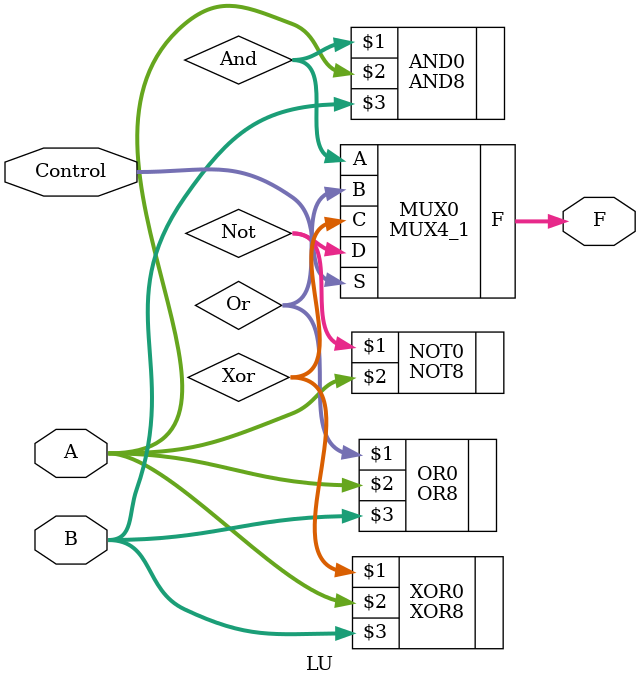
<source format=v>
/*
Components File:
Created because of the need to have a file that contains all the components used in the design.
Simultaneous imports of the base gates and components give include errors. This file is used to import all the components in one go.
*/

`timescale 1ns/1ps
`include "and8.v"
`include "or8.v"
`include "xor8.v"
`include "not8.v"

/*-----------------------------------------------ARITHMETIC COMPONENTS-----------------------------------------------*/

module HALFADDER(

    output wire Carry, Sum,
    input wire A, B

    );

    XOR XOR1 (Sum, A, B);
    AND AND1 (Carry, A, B);

endmodule


module FULLADDER(

    output wire Carry, Sum,
    input wire A, B, Cin

    );

    wire C1, S1, C2;

    HALFADDER HA1 (C1, S1, A, B);
    HALFADDER HA2 (C2, Sum, S1, Cin);
    
    OR OR1 (Carry, C1, C2);

endmodule


module RIPPLECARRY(
    
    output wire Carry,
    output wire [7:0] Sum,
    input wire [7:0] A, B, 
    input wire Cin
    
    );

    wire C0, C1, C2, C3, C4, C5, C6;

    FULLADDER FA0 (C0, Sum[0], A[0], B[0], Cin);
    FULLADDER FA1 (C1, Sum[1], A[1], B[1], C0);
    FULLADDER FA2 (C2, Sum[2], A[2], B[2], C1);
    FULLADDER FA3 (C3, Sum[3], A[3], B[3], C2);
    FULLADDER FA4 (C4, Sum[4], A[4], B[4], C3);
    FULLADDER FA5 (C5, Sum[5], A[5], B[5], C4);
    FULLADDER FA6 (C6, Sum[6], A[6], B[6], C5);
    FULLADDER FA7 (Carry, Sum[7], A[7], B[7], C6);

endmodule


module EQUAL_ZERO(

    output wire F,
    input wire [7:0] A

    );

    wire X1, X2, X3, X4;
    wire X5, X6;
    wire X7;

    OR or_gate01(X1, A[0],  A[1]);
    OR or_gate02(X2, A[2],  A[3]);
    OR or_gate03(X3, A[4],  A[5]);
    OR or_gate04(X4, A[6],  A[7]);

    OR or_gate09(X5,  X1, X2);
    OR or_gate10(X6, X3, X4);

    OR or_gate13(X7, X5, X6);

    NOT not_gate1(F, X7);

endmodule


module LESS_ZERO(

    output wire F,
    input wire [7:0] A

    );

    OR or_gate1(F, A[7], 1'b0);

endmodule


module OVERFLOW_ADD(

    output wire F,
    input wire A, B, R

    );

    wire nA, nB, nR;
    wire andAB, andnAB;
    wire aux1, aux2;

    NOT NOT0 (nA, A);
    NOT NOT1 (nB, B);
    NOT NOT2 (nR, R);

    AND AND0 (andAB, A, B);
    AND AND1 (andnAB, nA, nB);

    AND AND2 (aux1, andAB, nR);
    AND AND3 (aux2, andnAB, R);

    OR OR0 (F, aux1, aux2);

endmodule


module OVERFLOW_SUB(

    output wire F,
    input wire A, B, R

    );

    wire nA, nB, nR;
    wire andBR, andnBR;
    wire aux1, aux2;

    NOT NOT0 (nA, A);
    NOT NOT1 (nB, B);
    NOT NOT2 (nR, R);

    AND AND0 (andBR, B, R);
    AND AND1 (andnBR, nB, nR);

    AND AND2 (aux1, A, andnBR);
    AND AND3 (aux2, nA, andBR);

    OR OR0 (F, aux1, aux2);

endmodule

/*-----------------------------------------------MULTIPLEXERS-----------------------------------------------*/

module MUX2_1(
    
    output wire [7:0] F,
    input wire S,
    input wire [7:0] A, B
    
    );

    wire nS;
    wire [7:0] wA, wB;

    NOT NOT0 (nS, S);

    AND AND0 (wA[0], A[0], nS);
    AND AND1 (wA[1], A[1], nS);
    AND AND2 (wA[2], A[2], nS);
    AND AND3 (wA[3], A[3], nS);
    AND AND4 (wA[4], A[4], nS);
    AND AND5 (wA[5], A[5], nS);
    AND AND6 (wA[6], A[6], nS);
    AND AND7 (wA[7], A[7], nS);

    AND AND8 (wB[0], B[0], S);
    AND AND9 (wB[1], B[1], S);
    AND AND10 (wB[2], B[2], S);
    AND AND11 (wB[3], B[3], S);
    AND AND12 (wB[4], B[4], S);
    AND AND13 (wB[5], B[5], S);
    AND AND14 (wB[6], B[6], S);
    AND AND15 (wB[7], B[7], S);

    OR8 OR0 (F, wA, wB);

endmodule


module MUX2_1_classic (
    
    output wire F,
    input wire S,
    input wire A, B
    
    );

    wire nS;
    wire wA, wB;

    NOT NOT0 (nS, S);

    AND AND0 (wA, A, nS);
    AND AND1 (wB, B, S);

    OR OR0 (F, wA, wB);

endmodule


module MUX4_1 (
    
    output wire [7:0] F,
    input wire [1:0] S,
    input wire [7:0] A, B, C, D
    
    );

    wire nS0, nS1;
    wire N0, N1, N2, N3;
    wire [7:0] M0, M1, M2, M3;
    wire [7:0] L0, L1;

    NOT NOT0 (nS0, S[0]);
    NOT NOT1 (nS1, S[1]);

    AND AND0 (N0, nS0, nS1);
    AND AND1 (N1, S[0], nS1);
    AND AND2 (N2, nS0, S[1]);
    AND AND3 (N3, S[0], S[1]);

    AND AND4 (M0[0], A[0], N0);
    AND AND5 (M0[1], A[1], N0);
    AND AND6 (M0[2], A[2], N0);
    AND AND7 (M0[3], A[3], N0);
    AND AND8 (M0[4], A[4], N0);
    AND AND9 (M0[5], A[5], N0);
    AND AND10 (M0[6], A[6], N0);
    AND AND11 (M0[7], A[7], N0);

    AND AND12 (M1[0], B[0], N1);
    AND AND13 (M1[1], B[1], N1);
    AND AND14 (M1[2], B[2], N1);
    AND AND15 (M1[3], B[3], N1);
    AND AND16 (M1[4], B[4], N1);
    AND AND17 (M1[5], B[5], N1);
    AND AND18 (M1[6], B[6], N1);
    AND AND19 (M1[7], B[7], N1);

    AND AND20 (M2[0], C[0], N2);
    AND AND21 (M2[1], C[1], N2);
    AND AND22 (M2[2], C[2], N2);
    AND AND23 (M2[3], C[3], N2);
    AND AND24 (M2[4], C[4], N2);
    AND AND25 (M2[5], C[5], N2);
    AND AND26 (M2[6], C[6], N2);
    AND AND27 (M2[7], C[7], N2);
    
    AND AND28 (M3[0], D[0], N3);
    AND AND29 (M3[1], D[1], N3);
    AND AND30 (M3[2], D[2], N3);
    AND AND31 (M3[3], D[3], N3);
    AND AND32 (M3[4], D[4], N3);
    AND AND33 (M3[5], D[5], N3);
    AND AND34 (M3[6], D[6], N3);
    AND AND35 (M3[7], D[7], N3);
    
    OR8 OR1 (L0, M0, M1);
    OR8 OR2 (L1, M2, M3);

    OR8 OR3 (F, L0, L1);

endmodule


module MUX4_1_classic (
    
    output wire F,
    input wire [1:0] S,
    input wire A, B, C, D
    
    );

    wire nS0, nS1;
    wire N0, N1, N2, N3;
    wire M0, M1, M2, M3;
    wire L0, L1;

    NOT NOT0 (nS0, S[0]);
    NOT NOT1 (nS1, S[1]);

    AND AND0 (N0, nS0, nS1);
    AND AND1 (N1, S[0], nS1);
    AND AND2 (N2, nS0, S[1]);
    AND AND3 (N3, S[0], S[1]);

    AND AND4 (M0, A, N0);
    AND AND5 (M1, B, N1);
    AND AND6 (M2, C, N2);
    AND AND7 (M3, D, N3);

    OR OR0 (L0, M0, M1);
    OR OR1 (L1, M2, M3);

    OR OR2 (F, L0, L1);

endmodule

/*-----------------------------------------------ARITHMETIC UNIT-----------------------------------------------*/

module AU(

    output wire Carry,
    output wire [7:0] Result,
    input wire [7:0] A, B,
    input wire [1:0] Control

    );

    wire [7:0] Sum, Increment, Subtraction, Decrement;
    wire sumCarry, incCarry, subCarry, nsubCarry, ndecCarry, decCarry;
    wire [7:0] nB;

    NOT8 NOT0 (nB, B);
    NOT NOT1 (nsubCarry, subCarry);
    NOT NOT2 (ndecCarry, decCarry);

    RIPPLECARRY RC0 (sumCarry, Sum, A, B, 1'b0);
    RIPPLECARRY RC1 (incCarry, Increment, A, 8'b00000001, 1'b0);
    RIPPLECARRY RC2 (subCarry, Subtraction, A, nB, 1'b1);
    RIPPLECARRY RC3 (decCarry, Decrement, A, 8'b11111111, 1'b0);

    MUX4_1 MUX0 (Result, Control, Sum, Increment, Subtraction, Decrement);
    MUX4_1_classic MUX1 (Carry, Control, sumCarry, incCarry, nsubCarry, ndecCarry);

endmodule

/*-----------------------------------------------LOGIC UNIT-----------------------------------------------*/

module LU(

    output wire [7:0] F,
    input wire [7:0] A, B,
    input wire [1:0] Control

    );

    wire [7:0] And, Or, Xor, Not;

    AND8 AND0 (And, A, B);
    OR8 OR0 (Or, A, B);
    XOR8 XOR0 (Xor, A, B);
    NOT8 NOT0 (Not, A);

    MUX4_1 MUX0 (F, Control, And, Or, Xor, Not);

endmodule
</source>
